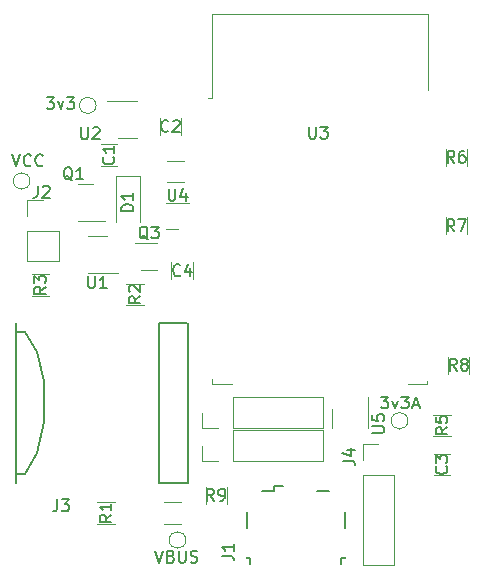
<source format=gbr>
%TF.GenerationSoftware,KiCad,Pcbnew,(6.0.2)*%
%TF.CreationDate,2022-04-10T15:53:23+02:00*%
%TF.ProjectId,V3,56332e6b-6963-4616-945f-706362585858,rev?*%
%TF.SameCoordinates,Original*%
%TF.FileFunction,Legend,Top*%
%TF.FilePolarity,Positive*%
%FSLAX46Y46*%
G04 Gerber Fmt 4.6, Leading zero omitted, Abs format (unit mm)*
G04 Created by KiCad (PCBNEW (6.0.2)) date 2022-04-10 15:53:23*
%MOMM*%
%LPD*%
G01*
G04 APERTURE LIST*
%ADD10C,0.150000*%
%ADD11C,0.120000*%
%ADD12C,0.127000*%
G04 APERTURE END LIST*
D10*
%TO.C,R6*%
X141433333Y-107452380D02*
X141100000Y-106976190D01*
X140861904Y-107452380D02*
X140861904Y-106452380D01*
X141242857Y-106452380D01*
X141338095Y-106500000D01*
X141385714Y-106547619D01*
X141433333Y-106642857D01*
X141433333Y-106785714D01*
X141385714Y-106880952D01*
X141338095Y-106928571D01*
X141242857Y-106976190D01*
X140861904Y-106976190D01*
X142290476Y-106452380D02*
X142100000Y-106452380D01*
X142004761Y-106500000D01*
X141957142Y-106547619D01*
X141861904Y-106690476D01*
X141814285Y-106880952D01*
X141814285Y-107261904D01*
X141861904Y-107357142D01*
X141909523Y-107404761D01*
X142004761Y-107452380D01*
X142195238Y-107452380D01*
X142290476Y-107404761D01*
X142338095Y-107357142D01*
X142385714Y-107261904D01*
X142385714Y-107023809D01*
X142338095Y-106928571D01*
X142290476Y-106880952D01*
X142195238Y-106833333D01*
X142004761Y-106833333D01*
X141909523Y-106880952D01*
X141861904Y-106928571D01*
X141814285Y-107023809D01*
%TO.C,C2*%
X117233333Y-104757142D02*
X117185714Y-104804761D01*
X117042857Y-104852380D01*
X116947619Y-104852380D01*
X116804761Y-104804761D01*
X116709523Y-104709523D01*
X116661904Y-104614285D01*
X116614285Y-104423809D01*
X116614285Y-104280952D01*
X116661904Y-104090476D01*
X116709523Y-103995238D01*
X116804761Y-103900000D01*
X116947619Y-103852380D01*
X117042857Y-103852380D01*
X117185714Y-103900000D01*
X117233333Y-103947619D01*
X117614285Y-103947619D02*
X117661904Y-103900000D01*
X117757142Y-103852380D01*
X117995238Y-103852380D01*
X118090476Y-103900000D01*
X118138095Y-103947619D01*
X118185714Y-104042857D01*
X118185714Y-104138095D01*
X118138095Y-104280952D01*
X117566666Y-104852380D01*
X118185714Y-104852380D01*
%TO.C,R3*%
X106852380Y-117966666D02*
X106376190Y-118300000D01*
X106852380Y-118538095D02*
X105852380Y-118538095D01*
X105852380Y-118157142D01*
X105900000Y-118061904D01*
X105947619Y-118014285D01*
X106042857Y-117966666D01*
X106185714Y-117966666D01*
X106280952Y-118014285D01*
X106328571Y-118061904D01*
X106376190Y-118157142D01*
X106376190Y-118538095D01*
X105852380Y-117633333D02*
X105852380Y-117014285D01*
X106233333Y-117347619D01*
X106233333Y-117204761D01*
X106280952Y-117109523D01*
X106328571Y-117061904D01*
X106423809Y-117014285D01*
X106661904Y-117014285D01*
X106757142Y-117061904D01*
X106804761Y-117109523D01*
X106852380Y-117204761D01*
X106852380Y-117490476D01*
X106804761Y-117585714D01*
X106757142Y-117633333D01*
%TO.C,3v3*%
X106909523Y-101902380D02*
X107528571Y-101902380D01*
X107195238Y-102283333D01*
X107338095Y-102283333D01*
X107433333Y-102330952D01*
X107480952Y-102378571D01*
X107528571Y-102473809D01*
X107528571Y-102711904D01*
X107480952Y-102807142D01*
X107433333Y-102854761D01*
X107338095Y-102902380D01*
X107052380Y-102902380D01*
X106957142Y-102854761D01*
X106909523Y-102807142D01*
X107861904Y-102235714D02*
X108100000Y-102902380D01*
X108338095Y-102235714D01*
X108623809Y-101902380D02*
X109242857Y-101902380D01*
X108909523Y-102283333D01*
X109052380Y-102283333D01*
X109147619Y-102330952D01*
X109195238Y-102378571D01*
X109242857Y-102473809D01*
X109242857Y-102711904D01*
X109195238Y-102807142D01*
X109147619Y-102854761D01*
X109052380Y-102902380D01*
X108766666Y-102902380D01*
X108671428Y-102854761D01*
X108623809Y-102807142D01*
%TO.C,R2*%
X114852380Y-118766666D02*
X114376190Y-119100000D01*
X114852380Y-119338095D02*
X113852380Y-119338095D01*
X113852380Y-118957142D01*
X113900000Y-118861904D01*
X113947619Y-118814285D01*
X114042857Y-118766666D01*
X114185714Y-118766666D01*
X114280952Y-118814285D01*
X114328571Y-118861904D01*
X114376190Y-118957142D01*
X114376190Y-119338095D01*
X113947619Y-118385714D02*
X113900000Y-118338095D01*
X113852380Y-118242857D01*
X113852380Y-118004761D01*
X113900000Y-117909523D01*
X113947619Y-117861904D01*
X114042857Y-117814285D01*
X114138095Y-117814285D01*
X114280952Y-117861904D01*
X114852380Y-118433333D01*
X114852380Y-117814285D01*
%TO.C,J3*%
X107816270Y-135951729D02*
X107816270Y-136666864D01*
X107768594Y-136809891D01*
X107673243Y-136905243D01*
X107530216Y-136952918D01*
X107434865Y-136952918D01*
X108197675Y-135951729D02*
X108817459Y-135951729D01*
X108483729Y-136333135D01*
X108626756Y-136333135D01*
X108722108Y-136380810D01*
X108769783Y-136428486D01*
X108817459Y-136523837D01*
X108817459Y-136762216D01*
X108769783Y-136857567D01*
X108722108Y-136905243D01*
X108626756Y-136952918D01*
X108340702Y-136952918D01*
X108245351Y-136905243D01*
X108197675Y-136857567D01*
%TO.C,VCC*%
X104016666Y-106752380D02*
X104350000Y-107752380D01*
X104683333Y-106752380D01*
X105588095Y-107657142D02*
X105540476Y-107704761D01*
X105397619Y-107752380D01*
X105302380Y-107752380D01*
X105159523Y-107704761D01*
X105064285Y-107609523D01*
X105016666Y-107514285D01*
X104969047Y-107323809D01*
X104969047Y-107180952D01*
X105016666Y-106990476D01*
X105064285Y-106895238D01*
X105159523Y-106800000D01*
X105302380Y-106752380D01*
X105397619Y-106752380D01*
X105540476Y-106800000D01*
X105588095Y-106847619D01*
X106588095Y-107657142D02*
X106540476Y-107704761D01*
X106397619Y-107752380D01*
X106302380Y-107752380D01*
X106159523Y-107704761D01*
X106064285Y-107609523D01*
X106016666Y-107514285D01*
X105969047Y-107323809D01*
X105969047Y-107180952D01*
X106016666Y-106990476D01*
X106064285Y-106895238D01*
X106159523Y-106800000D01*
X106302380Y-106752380D01*
X106397619Y-106752380D01*
X106540476Y-106800000D01*
X106588095Y-106847619D01*
%TO.C,C4*%
X118233333Y-116957142D02*
X118185714Y-117004761D01*
X118042857Y-117052380D01*
X117947619Y-117052380D01*
X117804761Y-117004761D01*
X117709523Y-116909523D01*
X117661904Y-116814285D01*
X117614285Y-116623809D01*
X117614285Y-116480952D01*
X117661904Y-116290476D01*
X117709523Y-116195238D01*
X117804761Y-116100000D01*
X117947619Y-116052380D01*
X118042857Y-116052380D01*
X118185714Y-116100000D01*
X118233333Y-116147619D01*
X119090476Y-116385714D02*
X119090476Y-117052380D01*
X118852380Y-116004761D02*
X118614285Y-116719047D01*
X119233333Y-116719047D01*
%TO.C,U1*%
X110438095Y-117052380D02*
X110438095Y-117861904D01*
X110485714Y-117957142D01*
X110533333Y-118004761D01*
X110628571Y-118052380D01*
X110819047Y-118052380D01*
X110914285Y-118004761D01*
X110961904Y-117957142D01*
X111009523Y-117861904D01*
X111009523Y-117052380D01*
X112009523Y-118052380D02*
X111438095Y-118052380D01*
X111723809Y-118052380D02*
X111723809Y-117052380D01*
X111628571Y-117195238D01*
X111533333Y-117290476D01*
X111438095Y-117338095D01*
%TO.C,J2*%
X106166666Y-109402380D02*
X106166666Y-110116666D01*
X106119047Y-110259523D01*
X106023809Y-110354761D01*
X105880952Y-110402380D01*
X105785714Y-110402380D01*
X106595238Y-109497619D02*
X106642857Y-109450000D01*
X106738095Y-109402380D01*
X106976190Y-109402380D01*
X107071428Y-109450000D01*
X107119047Y-109497619D01*
X107166666Y-109592857D01*
X107166666Y-109688095D01*
X107119047Y-109830952D01*
X106547619Y-110402380D01*
X107166666Y-110402380D01*
%TO.C,Q3*%
X115504761Y-113947619D02*
X115409523Y-113900000D01*
X115314285Y-113804761D01*
X115171428Y-113661904D01*
X115076190Y-113614285D01*
X114980952Y-113614285D01*
X115028571Y-113852380D02*
X114933333Y-113804761D01*
X114838095Y-113709523D01*
X114790476Y-113519047D01*
X114790476Y-113185714D01*
X114838095Y-112995238D01*
X114933333Y-112900000D01*
X115028571Y-112852380D01*
X115219047Y-112852380D01*
X115314285Y-112900000D01*
X115409523Y-112995238D01*
X115457142Y-113185714D01*
X115457142Y-113519047D01*
X115409523Y-113709523D01*
X115314285Y-113804761D01*
X115219047Y-113852380D01*
X115028571Y-113852380D01*
X115790476Y-112852380D02*
X116409523Y-112852380D01*
X116076190Y-113233333D01*
X116219047Y-113233333D01*
X116314285Y-113280952D01*
X116361904Y-113328571D01*
X116409523Y-113423809D01*
X116409523Y-113661904D01*
X116361904Y-113757142D01*
X116314285Y-113804761D01*
X116219047Y-113852380D01*
X115933333Y-113852380D01*
X115838095Y-113804761D01*
X115790476Y-113757142D01*
%TO.C,VBUS*%
X116116666Y-140302380D02*
X116450000Y-141302380D01*
X116783333Y-140302380D01*
X117450000Y-140778571D02*
X117592857Y-140826190D01*
X117640476Y-140873809D01*
X117688095Y-140969047D01*
X117688095Y-141111904D01*
X117640476Y-141207142D01*
X117592857Y-141254761D01*
X117497619Y-141302380D01*
X117116666Y-141302380D01*
X117116666Y-140302380D01*
X117450000Y-140302380D01*
X117545238Y-140350000D01*
X117592857Y-140397619D01*
X117640476Y-140492857D01*
X117640476Y-140588095D01*
X117592857Y-140683333D01*
X117545238Y-140730952D01*
X117450000Y-140778571D01*
X117116666Y-140778571D01*
X118116666Y-140302380D02*
X118116666Y-141111904D01*
X118164285Y-141207142D01*
X118211904Y-141254761D01*
X118307142Y-141302380D01*
X118497619Y-141302380D01*
X118592857Y-141254761D01*
X118640476Y-141207142D01*
X118688095Y-141111904D01*
X118688095Y-140302380D01*
X119116666Y-141254761D02*
X119259523Y-141302380D01*
X119497619Y-141302380D01*
X119592857Y-141254761D01*
X119640476Y-141207142D01*
X119688095Y-141111904D01*
X119688095Y-141016666D01*
X119640476Y-140921428D01*
X119592857Y-140873809D01*
X119497619Y-140826190D01*
X119307142Y-140778571D01*
X119211904Y-140730952D01*
X119164285Y-140683333D01*
X119116666Y-140588095D01*
X119116666Y-140492857D01*
X119164285Y-140397619D01*
X119211904Y-140350000D01*
X119307142Y-140302380D01*
X119545238Y-140302380D01*
X119688095Y-140350000D01*
%TO.C,J4*%
X132002380Y-132683333D02*
X132716666Y-132683333D01*
X132859523Y-132730952D01*
X132954761Y-132826190D01*
X133002380Y-132969047D01*
X133002380Y-133064285D01*
X132335714Y-131778571D02*
X133002380Y-131778571D01*
X131954761Y-132016666D02*
X132669047Y-132254761D01*
X132669047Y-131635714D01*
%TO.C,C1*%
X112557142Y-106966666D02*
X112604761Y-107014285D01*
X112652380Y-107157142D01*
X112652380Y-107252380D01*
X112604761Y-107395238D01*
X112509523Y-107490476D01*
X112414285Y-107538095D01*
X112223809Y-107585714D01*
X112080952Y-107585714D01*
X111890476Y-107538095D01*
X111795238Y-107490476D01*
X111700000Y-107395238D01*
X111652380Y-107252380D01*
X111652380Y-107157142D01*
X111700000Y-107014285D01*
X111747619Y-106966666D01*
X112652380Y-106014285D02*
X112652380Y-106585714D01*
X112652380Y-106300000D02*
X111652380Y-106300000D01*
X111795238Y-106395238D01*
X111890476Y-106490476D01*
X111938095Y-106585714D01*
%TO.C,Q1*%
X109104761Y-108947619D02*
X109009523Y-108900000D01*
X108914285Y-108804761D01*
X108771428Y-108661904D01*
X108676190Y-108614285D01*
X108580952Y-108614285D01*
X108628571Y-108852380D02*
X108533333Y-108804761D01*
X108438095Y-108709523D01*
X108390476Y-108519047D01*
X108390476Y-108185714D01*
X108438095Y-107995238D01*
X108533333Y-107900000D01*
X108628571Y-107852380D01*
X108819047Y-107852380D01*
X108914285Y-107900000D01*
X109009523Y-107995238D01*
X109057142Y-108185714D01*
X109057142Y-108519047D01*
X109009523Y-108709523D01*
X108914285Y-108804761D01*
X108819047Y-108852380D01*
X108628571Y-108852380D01*
X110009523Y-108852380D02*
X109438095Y-108852380D01*
X109723809Y-108852380D02*
X109723809Y-107852380D01*
X109628571Y-107995238D01*
X109533333Y-108090476D01*
X109438095Y-108138095D01*
%TO.C,J1*%
X121752380Y-140733333D02*
X122466666Y-140733333D01*
X122609523Y-140780952D01*
X122704761Y-140876190D01*
X122752380Y-141019047D01*
X122752380Y-141114285D01*
X122752380Y-139733333D02*
X122752380Y-140304761D01*
X122752380Y-140019047D02*
X121752380Y-140019047D01*
X121895238Y-140114285D01*
X121990476Y-140209523D01*
X122038095Y-140304761D01*
%TO.C,U4*%
X117238095Y-109652380D02*
X117238095Y-110461904D01*
X117285714Y-110557142D01*
X117333333Y-110604761D01*
X117428571Y-110652380D01*
X117619047Y-110652380D01*
X117714285Y-110604761D01*
X117761904Y-110557142D01*
X117809523Y-110461904D01*
X117809523Y-109652380D01*
X118714285Y-109985714D02*
X118714285Y-110652380D01*
X118476190Y-109604761D02*
X118238095Y-110319047D01*
X118857142Y-110319047D01*
%TO.C,U5*%
X134502380Y-130311904D02*
X135311904Y-130311904D01*
X135407142Y-130264285D01*
X135454761Y-130216666D01*
X135502380Y-130121428D01*
X135502380Y-129930952D01*
X135454761Y-129835714D01*
X135407142Y-129788095D01*
X135311904Y-129740476D01*
X134502380Y-129740476D01*
X134502380Y-128788095D02*
X134502380Y-129264285D01*
X134978571Y-129311904D01*
X134930952Y-129264285D01*
X134883333Y-129169047D01*
X134883333Y-128930952D01*
X134930952Y-128835714D01*
X134978571Y-128788095D01*
X135073809Y-128740476D01*
X135311904Y-128740476D01*
X135407142Y-128788095D01*
X135454761Y-128835714D01*
X135502380Y-128930952D01*
X135502380Y-129169047D01*
X135454761Y-129264285D01*
X135407142Y-129311904D01*
%TO.C,R1*%
X112402380Y-137266666D02*
X111926190Y-137600000D01*
X112402380Y-137838095D02*
X111402380Y-137838095D01*
X111402380Y-137457142D01*
X111450000Y-137361904D01*
X111497619Y-137314285D01*
X111592857Y-137266666D01*
X111735714Y-137266666D01*
X111830952Y-137314285D01*
X111878571Y-137361904D01*
X111926190Y-137457142D01*
X111926190Y-137838095D01*
X112402380Y-136314285D02*
X112402380Y-136885714D01*
X112402380Y-136600000D02*
X111402380Y-136600000D01*
X111545238Y-136695238D01*
X111640476Y-136790476D01*
X111688095Y-136885714D01*
%TO.C,U2*%
X109838095Y-104452380D02*
X109838095Y-105261904D01*
X109885714Y-105357142D01*
X109933333Y-105404761D01*
X110028571Y-105452380D01*
X110219047Y-105452380D01*
X110314285Y-105404761D01*
X110361904Y-105357142D01*
X110409523Y-105261904D01*
X110409523Y-104452380D01*
X110838095Y-104547619D02*
X110885714Y-104500000D01*
X110980952Y-104452380D01*
X111219047Y-104452380D01*
X111314285Y-104500000D01*
X111361904Y-104547619D01*
X111409523Y-104642857D01*
X111409523Y-104738095D01*
X111361904Y-104880952D01*
X110790476Y-105452380D01*
X111409523Y-105452380D01*
%TO.C,3v3A*%
X135230952Y-127252380D02*
X135850000Y-127252380D01*
X135516666Y-127633333D01*
X135659523Y-127633333D01*
X135754761Y-127680952D01*
X135802380Y-127728571D01*
X135850000Y-127823809D01*
X135850000Y-128061904D01*
X135802380Y-128157142D01*
X135754761Y-128204761D01*
X135659523Y-128252380D01*
X135373809Y-128252380D01*
X135278571Y-128204761D01*
X135230952Y-128157142D01*
X136183333Y-127585714D02*
X136421428Y-128252380D01*
X136659523Y-127585714D01*
X136945238Y-127252380D02*
X137564285Y-127252380D01*
X137230952Y-127633333D01*
X137373809Y-127633333D01*
X137469047Y-127680952D01*
X137516666Y-127728571D01*
X137564285Y-127823809D01*
X137564285Y-128061904D01*
X137516666Y-128157142D01*
X137469047Y-128204761D01*
X137373809Y-128252380D01*
X137088095Y-128252380D01*
X136992857Y-128204761D01*
X136945238Y-128157142D01*
X137945238Y-127966666D02*
X138421428Y-127966666D01*
X137850000Y-128252380D02*
X138183333Y-127252380D01*
X138516666Y-128252380D01*
%TO.C,R5*%
X140852380Y-129866666D02*
X140376190Y-130200000D01*
X140852380Y-130438095D02*
X139852380Y-130438095D01*
X139852380Y-130057142D01*
X139900000Y-129961904D01*
X139947619Y-129914285D01*
X140042857Y-129866666D01*
X140185714Y-129866666D01*
X140280952Y-129914285D01*
X140328571Y-129961904D01*
X140376190Y-130057142D01*
X140376190Y-130438095D01*
X139852380Y-128961904D02*
X139852380Y-129438095D01*
X140328571Y-129485714D01*
X140280952Y-129438095D01*
X140233333Y-129342857D01*
X140233333Y-129104761D01*
X140280952Y-129009523D01*
X140328571Y-128961904D01*
X140423809Y-128914285D01*
X140661904Y-128914285D01*
X140757142Y-128961904D01*
X140804761Y-129009523D01*
X140852380Y-129104761D01*
X140852380Y-129342857D01*
X140804761Y-129438095D01*
X140757142Y-129485714D01*
%TO.C,C3*%
X140757142Y-133166666D02*
X140804761Y-133214285D01*
X140852380Y-133357142D01*
X140852380Y-133452380D01*
X140804761Y-133595238D01*
X140709523Y-133690476D01*
X140614285Y-133738095D01*
X140423809Y-133785714D01*
X140280952Y-133785714D01*
X140090476Y-133738095D01*
X139995238Y-133690476D01*
X139900000Y-133595238D01*
X139852380Y-133452380D01*
X139852380Y-133357142D01*
X139900000Y-133214285D01*
X139947619Y-133166666D01*
X139852380Y-132833333D02*
X139852380Y-132214285D01*
X140233333Y-132547619D01*
X140233333Y-132404761D01*
X140280952Y-132309523D01*
X140328571Y-132261904D01*
X140423809Y-132214285D01*
X140661904Y-132214285D01*
X140757142Y-132261904D01*
X140804761Y-132309523D01*
X140852380Y-132404761D01*
X140852380Y-132690476D01*
X140804761Y-132785714D01*
X140757142Y-132833333D01*
%TO.C,U3*%
X129138095Y-104402380D02*
X129138095Y-105211904D01*
X129185714Y-105307142D01*
X129233333Y-105354761D01*
X129328571Y-105402380D01*
X129519047Y-105402380D01*
X129614285Y-105354761D01*
X129661904Y-105307142D01*
X129709523Y-105211904D01*
X129709523Y-104402380D01*
X130090476Y-104402380D02*
X130709523Y-104402380D01*
X130376190Y-104783333D01*
X130519047Y-104783333D01*
X130614285Y-104830952D01*
X130661904Y-104878571D01*
X130709523Y-104973809D01*
X130709523Y-105211904D01*
X130661904Y-105307142D01*
X130614285Y-105354761D01*
X130519047Y-105402380D01*
X130233333Y-105402380D01*
X130138095Y-105354761D01*
X130090476Y-105307142D01*
%TO.C,R7*%
X141433333Y-113252380D02*
X141100000Y-112776190D01*
X140861904Y-113252380D02*
X140861904Y-112252380D01*
X141242857Y-112252380D01*
X141338095Y-112300000D01*
X141385714Y-112347619D01*
X141433333Y-112442857D01*
X141433333Y-112585714D01*
X141385714Y-112680952D01*
X141338095Y-112728571D01*
X141242857Y-112776190D01*
X140861904Y-112776190D01*
X141766666Y-112252380D02*
X142433333Y-112252380D01*
X142004761Y-113252380D01*
%TO.C,D1*%
X114252380Y-111538095D02*
X113252380Y-111538095D01*
X113252380Y-111300000D01*
X113300000Y-111157142D01*
X113395238Y-111061904D01*
X113490476Y-111014285D01*
X113680952Y-110966666D01*
X113823809Y-110966666D01*
X114014285Y-111014285D01*
X114109523Y-111061904D01*
X114204761Y-111157142D01*
X114252380Y-111300000D01*
X114252380Y-111538095D01*
X114252380Y-110014285D02*
X114252380Y-110585714D01*
X114252380Y-110300000D02*
X113252380Y-110300000D01*
X113395238Y-110395238D01*
X113490476Y-110490476D01*
X113538095Y-110585714D01*
%TO.C,R8*%
X141633333Y-125052380D02*
X141300000Y-124576190D01*
X141061904Y-125052380D02*
X141061904Y-124052380D01*
X141442857Y-124052380D01*
X141538095Y-124100000D01*
X141585714Y-124147619D01*
X141633333Y-124242857D01*
X141633333Y-124385714D01*
X141585714Y-124480952D01*
X141538095Y-124528571D01*
X141442857Y-124576190D01*
X141061904Y-124576190D01*
X142204761Y-124480952D02*
X142109523Y-124433333D01*
X142061904Y-124385714D01*
X142014285Y-124290476D01*
X142014285Y-124242857D01*
X142061904Y-124147619D01*
X142109523Y-124100000D01*
X142204761Y-124052380D01*
X142395238Y-124052380D01*
X142490476Y-124100000D01*
X142538095Y-124147619D01*
X142585714Y-124242857D01*
X142585714Y-124290476D01*
X142538095Y-124385714D01*
X142490476Y-124433333D01*
X142395238Y-124480952D01*
X142204761Y-124480952D01*
X142109523Y-124528571D01*
X142061904Y-124576190D01*
X142014285Y-124671428D01*
X142014285Y-124861904D01*
X142061904Y-124957142D01*
X142109523Y-125004761D01*
X142204761Y-125052380D01*
X142395238Y-125052380D01*
X142490476Y-125004761D01*
X142538095Y-124957142D01*
X142585714Y-124861904D01*
X142585714Y-124671428D01*
X142538095Y-124576190D01*
X142490476Y-124528571D01*
X142395238Y-124480952D01*
%TO.C,R9*%
X121083333Y-136052380D02*
X120750000Y-135576190D01*
X120511904Y-136052380D02*
X120511904Y-135052380D01*
X120892857Y-135052380D01*
X120988095Y-135100000D01*
X121035714Y-135147619D01*
X121083333Y-135242857D01*
X121083333Y-135385714D01*
X121035714Y-135480952D01*
X120988095Y-135528571D01*
X120892857Y-135576190D01*
X120511904Y-135576190D01*
X121559523Y-136052380D02*
X121750000Y-136052380D01*
X121845238Y-136004761D01*
X121892857Y-135957142D01*
X121988095Y-135814285D01*
X122035714Y-135623809D01*
X122035714Y-135242857D01*
X121988095Y-135147619D01*
X121940476Y-135100000D01*
X121845238Y-135052380D01*
X121654761Y-135052380D01*
X121559523Y-135100000D01*
X121511904Y-135147619D01*
X121464285Y-135242857D01*
X121464285Y-135480952D01*
X121511904Y-135576190D01*
X121559523Y-135623809D01*
X121654761Y-135671428D01*
X121845238Y-135671428D01*
X121940476Y-135623809D01*
X121988095Y-135576190D01*
X122035714Y-135480952D01*
D11*
%TO.C,R6*%
X140690000Y-106272936D02*
X140690000Y-107727064D01*
X142510000Y-106272936D02*
X142510000Y-107727064D01*
%TO.C,C2*%
X116490000Y-103688748D02*
X116490000Y-105111252D01*
X118310000Y-103688748D02*
X118310000Y-105111252D01*
%TO.C,R3*%
X107127064Y-118710000D02*
X105672936Y-118710000D01*
X107127064Y-116890000D02*
X105672936Y-116890000D01*
%TO.C,3v3*%
X111100000Y-102600000D02*
G75*
G03*
X111100000Y-102600000I-700000J0D01*
G01*
%TO.C,R2*%
X115127064Y-119510000D02*
X113672936Y-119510000D01*
X115127064Y-117690000D02*
X113672936Y-117690000D01*
D12*
%TO.C,J3*%
X106100000Y-123500000D02*
X106700000Y-125900000D01*
X118800000Y-121000000D02*
X116400000Y-121000000D01*
X118850000Y-121000000D02*
X118850000Y-134600000D01*
X106100000Y-132000000D02*
X105100000Y-133800000D01*
X104400000Y-121800000D02*
X105100000Y-121800000D01*
X116400000Y-121000000D02*
X116400000Y-134600000D01*
X104400000Y-133800000D02*
X105100000Y-133800000D01*
X105100000Y-121800000D02*
X106100000Y-123500000D01*
X106700000Y-125900000D02*
X106700000Y-129400000D01*
X104350000Y-121000000D02*
X104350000Y-134600000D01*
X118800000Y-134600000D02*
X116400000Y-134600000D01*
X106700000Y-129400000D02*
X106100000Y-132000000D01*
D11*
%TO.C,VCC*%
X105500000Y-109000000D02*
G75*
G03*
X105500000Y-109000000I-700000J0D01*
G01*
%TO.C,C4*%
X119310000Y-115888748D02*
X119310000Y-117311252D01*
X117490000Y-115888748D02*
X117490000Y-117311252D01*
%TO.C,J6*%
X122670000Y-132730000D02*
X130350000Y-132730000D01*
X121400000Y-132730000D02*
X120070000Y-132730000D01*
X122670000Y-132730000D02*
X122670000Y-130070000D01*
X130350000Y-132730000D02*
X130350000Y-130070000D01*
X122670000Y-130070000D02*
X130350000Y-130070000D01*
X120070000Y-132730000D02*
X120070000Y-131400000D01*
%TO.C,U1*%
X111200000Y-113640000D02*
X110400000Y-113640000D01*
X111200000Y-116760000D02*
X113000000Y-116760000D01*
X111200000Y-113640000D02*
X112000000Y-113640000D01*
X111200000Y-116760000D02*
X110400000Y-116760000D01*
%TO.C,J2*%
X105270000Y-113195000D02*
X105270000Y-115795000D01*
X107930000Y-113195000D02*
X107930000Y-115795000D01*
X105270000Y-110595000D02*
X106600000Y-110595000D01*
X105270000Y-115795000D02*
X107930000Y-115795000D01*
X105270000Y-113195000D02*
X107930000Y-113195000D01*
X105270000Y-111925000D02*
X105270000Y-110595000D01*
%TO.C,Q3*%
X114900000Y-116560000D02*
X116300000Y-116560000D01*
X116300000Y-114240000D02*
X114400000Y-114240000D01*
%TO.C,R4*%
X118527064Y-109110000D02*
X117072936Y-109110000D01*
X118527064Y-107290000D02*
X117072936Y-107290000D01*
%TO.C,VBUS*%
X118700000Y-139400000D02*
G75*
G03*
X118700000Y-139400000I-700000J0D01*
G01*
%TO.C,R10*%
X118327064Y-136190000D02*
X116872936Y-136190000D01*
X118327064Y-138010000D02*
X116872936Y-138010000D01*
%TO.C,J4*%
X133670000Y-132600000D02*
X133670000Y-131270000D01*
X136330000Y-133870000D02*
X136330000Y-141550000D01*
X133670000Y-141550000D02*
X136330000Y-141550000D01*
X133670000Y-133870000D02*
X136330000Y-133870000D01*
X133670000Y-131270000D02*
X135000000Y-131270000D01*
X133670000Y-133870000D02*
X133670000Y-141550000D01*
%TO.C,C1*%
X111488748Y-105890000D02*
X112911252Y-105890000D01*
X111488748Y-107710000D02*
X112911252Y-107710000D01*
%TO.C,J5*%
X122670000Y-129930000D02*
X130350000Y-129930000D01*
X120070000Y-129930000D02*
X120070000Y-128600000D01*
X122670000Y-129930000D02*
X122670000Y-127270000D01*
X122670000Y-127270000D02*
X130350000Y-127270000D01*
X121400000Y-129930000D02*
X120070000Y-129930000D01*
X130350000Y-129930000D02*
X130350000Y-127270000D01*
%TO.C,Q1*%
X110200000Y-109240000D02*
X110850000Y-109240000D01*
X110200000Y-112360000D02*
X109550000Y-112360000D01*
X110200000Y-112360000D02*
X111875000Y-112360000D01*
X110200000Y-109240000D02*
X109550000Y-109240000D01*
D10*
%TO.C,J1*%
X131845000Y-140945000D02*
X132145000Y-140945000D01*
X123845000Y-136995000D02*
X123845000Y-138395000D01*
X126195000Y-135245000D02*
X125195000Y-135245000D01*
X132145000Y-138395000D02*
X132145000Y-136995000D01*
X132145000Y-140945000D02*
X132145000Y-140795000D01*
X123845000Y-140945000D02*
X124145000Y-140945000D01*
X124145000Y-140945000D02*
X124145000Y-141395000D01*
X123845000Y-140795000D02*
X123845000Y-140945000D01*
X131845000Y-141395000D02*
X131845000Y-140945000D01*
X126920000Y-134820000D02*
X126195000Y-134820000D01*
X126195000Y-134820000D02*
X126195000Y-135245000D01*
X129795000Y-135245000D02*
X130795000Y-135245000D01*
D11*
%TO.C,U4*%
X117000000Y-113100000D02*
X118000000Y-113100000D01*
X117000000Y-110900000D02*
X119000000Y-110900000D01*
%TO.C,U5*%
X131040000Y-129100000D02*
X131040000Y-129900000D01*
X131040000Y-129100000D02*
X131040000Y-128300000D01*
X134160000Y-129100000D02*
X134160000Y-127300000D01*
X134160000Y-129100000D02*
X134160000Y-129900000D01*
%TO.C,R1*%
X111222936Y-138010000D02*
X112677064Y-138010000D01*
X111222936Y-136190000D02*
X112677064Y-136190000D01*
%TO.C,U2*%
X113800000Y-105360000D02*
X114600000Y-105360000D01*
X113800000Y-102240000D02*
X112000000Y-102240000D01*
X113800000Y-105360000D02*
X113000000Y-105360000D01*
X113800000Y-102240000D02*
X114600000Y-102240000D01*
%TO.C,3v3A*%
X137500000Y-129300000D02*
G75*
G03*
X137500000Y-129300000I-700000J0D01*
G01*
%TO.C,R5*%
X139672936Y-128790000D02*
X141127064Y-128790000D01*
X139672936Y-130610000D02*
X141127064Y-130610000D01*
%TO.C,C3*%
X139688748Y-133910000D02*
X141111252Y-133910000D01*
X139688748Y-132090000D02*
X141111252Y-132090000D01*
%TO.C,U3*%
X139160000Y-126150000D02*
X137500000Y-126150000D01*
X120930000Y-101980000D02*
X120540000Y-101980000D01*
X120920000Y-125790000D02*
X120920000Y-126150000D01*
X139170000Y-101320000D02*
X139170000Y-94900000D01*
X120915000Y-94900000D02*
X139170000Y-94900000D01*
X120920000Y-126150000D02*
X122580000Y-126150000D01*
X139160000Y-125890000D02*
X139160000Y-126150000D01*
X120930000Y-101980000D02*
X120915000Y-94900000D01*
%TO.C,R7*%
X142510000Y-112072936D02*
X142510000Y-113527064D01*
X140690000Y-112072936D02*
X140690000Y-113527064D01*
%TO.C,D1*%
X114800000Y-108550000D02*
X112800000Y-108550000D01*
X112800000Y-108550000D02*
X112800000Y-112450000D01*
X114800000Y-108550000D02*
X114800000Y-112450000D01*
%TO.C,R8*%
X142710000Y-123872936D02*
X142710000Y-125327064D01*
X140890000Y-123872936D02*
X140890000Y-125327064D01*
%TO.C,R9*%
X120390000Y-134922936D02*
X120390000Y-136377064D01*
X122210000Y-134922936D02*
X122210000Y-136377064D01*
%TD*%
M02*

</source>
